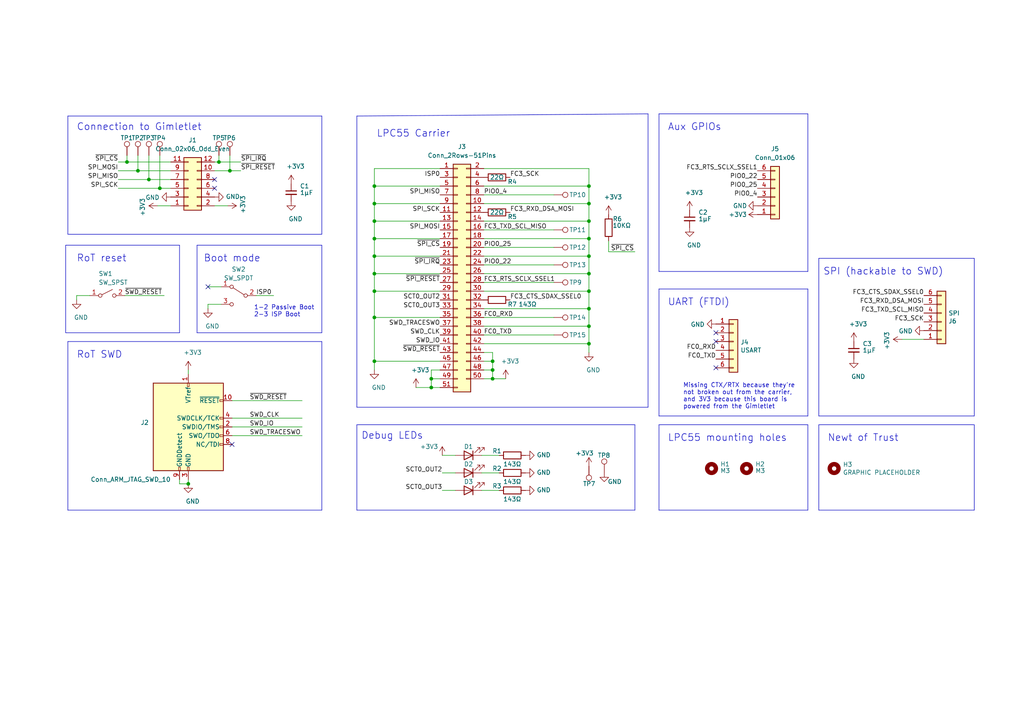
<source format=kicad_sch>
(kicad_sch (version 20230121) (generator eeschema)
  (paper "A4")
  (title_block (title "Gimletlet-LPC55 Adapter") (date "2022-04-06") (rev "A") (company "Oxide Computer Company") (comment 1 "matt@oxide.computer") (comment 2 "Matt Keeter"))
  (lib_symbols
    (symbol "Connector:Conn_ARM_JTAG_SWD_10" (pin_names (offset 1.016))
      (property "Reference" "J" (at -2.54 16.51 0))
      (property "Value" "Conn_ARM_JTAG_SWD_10" (at -2.54 13.97 0))
      (symbol "Conn_ARM_JTAG_SWD_10_0_1"
        (rectangle (start -10.16 12.7) (end 10.16 -12.7) (stroke (width 0.254)) (fill (type background)))
        (rectangle (start -2.794 -12.7) (end -2.286 -11.684))
        (rectangle (start -0.254 -12.7) (end 0.254 -11.684))
        (rectangle (start -0.254 12.7) (end 0.254 11.684))
        (rectangle (start 9.144 2.286) (end 10.16 2.794))
        (rectangle (start 10.16 -2.794) (end 9.144 -2.286))
        (rectangle (start 10.16 -0.254) (end 9.144 0.254))
        (rectangle (start 10.16 7.874) (end 9.144 7.366))
      )
      (symbol "Conn_ARM_JTAG_SWD_10_1_1"
        (rectangle (start 9.144 -5.334) (end 10.16 -4.826))
        (pin power_in line (at 0 15.24 270) (length 2.54) (name "VTref") (number "1"))
        (pin open_collector line (at 12.7 7.62 180) (length 2.54) (name "~{RESET}") (number "10"))
        (pin bidirectional line (at 12.7 0 180) (length 2.54) (name "SWDIO/TMS") (number "2"))
        (pin power_in line (at 0 -15.24 90) (length 2.54) (name "GND") (number "3"))
        (pin output line (at 12.7 2.54 180) (length 2.54) (name "SWDCLK/TCK") (number "4"))
        (pin passive line (at 0 -15.24 90) (length 2.54) hide (name "GND") (number "5"))
        (pin input line (at 12.7 -2.54 180) (length 2.54) (name "SWO/TDO") (number "6"))
        (pin no_connect line (at -10.16 0 0) (length 2.54) hide (name "KEY") (number "7"))
        (pin output line (at 12.7 -5.08 180) (length 2.54) (name "NC/TDI") (number "8"))
        (pin passive line (at -2.54 -15.24 90) (length 2.54) (name "GNDDetect") (number "9"))
      )
    )
    (symbol "Connector:TestPoint" (pin_numbers hide) (pin_names (offset 0.762) hide)
      (property "Reference" "TP" (at 0 6.858 0))
      (property "Value" "TestPoint" (at 0 5.08 0))
      (symbol "TestPoint_0_1"
        (circle (center 0 3.302) (radius 0.762))
      )
      (symbol "TestPoint_1_1"
        (pin passive line (at 0 0 90) (length 2.54) (name "1") (number "1"))
      )
    )
    (symbol "Connector_Generic:Conn_01x06" (pin_names (offset 1.016) hide)
      (property "Reference" "J" (at 0 7.62 0))
      (property "Value" "Conn_01x06" (at 0 -10.16 0))
      (symbol "Conn_01x06_1_1"
        (rectangle (start -1.27 -7.493) (end 0 -7.747) (stroke (width 0.1524)))
        (rectangle (start -1.27 -4.953) (end 0 -5.207) (stroke (width 0.1524)))
        (rectangle (start -1.27 -2.413) (end 0 -2.667) (stroke (width 0.1524)))
        (rectangle (start -1.27 0.127) (end 0 -0.127) (stroke (width 0.1524)))
        (rectangle (start -1.27 2.667) (end 0 2.413) (stroke (width 0.1524)))
        (rectangle (start -1.27 5.207) (end 0 4.953) (stroke (width 0.1524)))
        (rectangle (start -1.27 6.35) (end 1.27 -8.89) (stroke (width 0.254)) (fill (type background)))
        (pin passive line (at -5.08 5.08 0) (length 3.81) (name "Pin_1") (number "1"))
        (pin passive line (at -5.08 2.54 0) (length 3.81) (name "Pin_2") (number "2"))
        (pin passive line (at -5.08 0 0) (length 3.81) (name "Pin_3") (number "3"))
        (pin passive line (at -5.08 -2.54 0) (length 3.81) (name "Pin_4") (number "4"))
        (pin passive line (at -5.08 -5.08 0) (length 3.81) (name "Pin_5") (number "5"))
        (pin passive line (at -5.08 -7.62 0) (length 3.81) (name "Pin_6") (number "6"))
      )
    )
    (symbol "Connector_Generic:Conn_02x06_Odd_Even" (pin_names (offset 1.016) hide)
      (property "Reference" "J" (at 1.27 7.62 0))
      (property "Value" "Conn_02x06_Odd_Even" (at 1.27 -10.16 0))
      (symbol "Conn_02x06_Odd_Even_1_1"
        (rectangle (start -1.27 -7.493) (end 0 -7.747) (stroke (width 0.1524)))
        (rectangle (start -1.27 -4.953) (end 0 -5.207) (stroke (width 0.1524)))
        (rectangle (start -1.27 -2.413) (end 0 -2.667) (stroke (width 0.1524)))
        (rectangle (start -1.27 0.127) (end 0 -0.127) (stroke (width 0.1524)))
        (rectangle (start -1.27 2.667) (end 0 2.413) (stroke (width 0.1524)))
        (rectangle (start -1.27 5.207) (end 0 4.953) (stroke (width 0.1524)))
        (rectangle (start -1.27 6.35) (end 3.81 -8.89) (stroke (width 0.254)) (fill (type background)))
        (rectangle (start 3.81 -7.493) (end 2.54 -7.747) (stroke (width 0.1524)))
        (rectangle (start 3.81 -4.953) (end 2.54 -5.207) (stroke (width 0.1524)))
        (rectangle (start 3.81 -2.413) (end 2.54 -2.667) (stroke (width 0.1524)))
        (rectangle (start 3.81 0.127) (end 2.54 -0.127) (stroke (width 0.1524)))
        (rectangle (start 3.81 2.667) (end 2.54 2.413) (stroke (width 0.1524)))
        (rectangle (start 3.81 5.207) (end 2.54 4.953) (stroke (width 0.1524)))
        (pin passive line (at -5.08 5.08 0) (length 3.81) (name "Pin_1") (number "1"))
        (pin passive line (at 7.62 -5.08 180) (length 3.81) (name "Pin_10") (number "10"))
        (pin passive line (at -5.08 -7.62 0) (length 3.81) (name "Pin_11") (number "11"))
        (pin passive line (at 7.62 -7.62 180) (length 3.81) (name "Pin_12") (number "12"))
        (pin passive line (at 7.62 5.08 180) (length 3.81) (name "Pin_2") (number "2"))
        (pin passive line (at -5.08 2.54 0) (length 3.81) (name "Pin_3") (number "3"))
        (pin passive line (at 7.62 2.54 180) (length 3.81) (name "Pin_4") (number "4"))
        (pin passive line (at -5.08 0 0) (length 3.81) (name "Pin_5") (number "5"))
        (pin passive line (at 7.62 0 180) (length 3.81) (name "Pin_6") (number "6"))
        (pin passive line (at -5.08 -2.54 0) (length 3.81) (name "Pin_7") (number "7"))
        (pin passive line (at 7.62 -2.54 180) (length 3.81) (name "Pin_8") (number "8"))
        (pin passive line (at -5.08 -5.08 0) (length 3.81) (name "Pin_9") (number "9"))
      )
    )
    (symbol "Connector_Generic:Conn_2Rows-51Pins" (pin_names (offset 1.016) hide)
      (property "Reference" "J" (at 1.27 33.02 0))
      (property "Value" "Conn_2Rows-51Pins" (at 1.27 -35.56 0))
      (symbol "Conn_2Rows-51Pins_1_1"
        (rectangle (start -1.27 -32.893) (end 0 -33.147) (stroke (width 0.1524)))
        (rectangle (start -1.27 -30.353) (end 0 -30.607) (stroke (width 0.1524)))
        (rectangle (start -1.27 -27.813) (end 0 -28.067) (stroke (width 0.1524)))
        (rectangle (start -1.27 -25.273) (end 0 -25.527) (stroke (width 0.1524)))
        (rectangle (start -1.27 -22.733) (end 0 -22.987) (stroke (width 0.1524)))
        (rectangle (start -1.27 -20.193) (end 0 -20.447) (stroke (width 0.1524)))
        (rectangle (start -1.27 -17.653) (end 0 -17.907) (stroke (width 0.1524)))
        (rectangle (start -1.27 -15.113) (end 0 -15.367) (stroke (width 0.1524)))
        (rectangle (start -1.27 -12.573) (end 0 -12.827) (stroke (width 0.1524)))
        (rectangle (start -1.27 -10.033) (end 0 -10.287) (stroke (width 0.1524)))
        (rectangle (start -1.27 -7.493) (end 0 -7.747) (stroke (width 0.1524)))
        (rectangle (start -1.27 -4.953) (end 0 -5.207) (stroke (width 0.1524)))
        (rectangle (start -1.27 -2.413) (end 0 -2.667) (stroke (width 0.1524)))
        (rectangle (start -1.27 0.127) (end 0 -0.127) (stroke (width 0.1524)))
        (rectangle (start -1.27 2.667) (end 0 2.413) (stroke (width 0.1524)))
        (rectangle (start -1.27 5.207) (end 0 4.953) (stroke (width 0.1524)))
        (rectangle (start -1.27 7.747) (end 0 7.493) (stroke (width 0.1524)))
        (rectangle (start -1.27 10.287) (end 0 10.033) (stroke (width 0.1524)))
        (rectangle (start -1.27 12.827) (end 0 12.573) (stroke (width 0.1524)))
        (rectangle (start -1.27 15.367) (end 0 15.113) (stroke (width 0.1524)))
        (rectangle (start -1.27 17.907) (end 0 17.653) (stroke (width 0.1524)))
        (rectangle (start -1.27 20.447) (end 0 20.193) (stroke (width 0.1524)))
        (rectangle (start -1.27 22.987) (end 0 22.733) (stroke (width 0.1524)))
        (rectangle (start -1.27 25.527) (end 0 25.273) (stroke (width 0.1524)))
        (rectangle (start -1.27 28.067) (end 0 27.813) (stroke (width 0.1524)))
        (rectangle (start -1.27 30.607) (end 0 30.353) (stroke (width 0.1524)))
        (rectangle (start -1.27 31.75) (end 3.81 -34.29) (stroke (width 0.254)) (fill (type background)))
        (rectangle (start 3.81 -30.353) (end 2.54 -30.607) (stroke (width 0.1524)))
        (rectangle (start 3.81 -27.813) (end 2.54 -28.067) (stroke (width 0.1524)))
        (rectangle (start 3.81 -25.273) (end 2.54 -25.527) (stroke (width 0.1524)))
        (rectangle (start 3.81 -22.733) (end 2.54 -22.987) (stroke (width 0.1524)))
        (rectangle (start 3.81 -20.193) (end 2.54 -20.447) (stroke (width 0.1524)))
        (rectangle (start 3.81 -17.653) (end 2.54 -17.907) (stroke (width 0.1524)))
        (rectangle (start 3.81 -15.113) (end 2.54 -15.367) (stroke (width 0.1524)))
        (rectangle (start 3.81 -12.573) (end 2.54 -12.827) (stroke (width 0.1524)))
        (rectangle (start 3.81 -10.033) (end 2.54 -10.287) (stroke (width 0.1524)))
        (rectangle (start 3.81 -7.493) (end 2.54 -7.747) (stroke (width 0.1524)))
        (rectangle (start 3.81 -4.953) (end 2.54 -5.207) (stroke (width 0.1524)))
        (rectangle (start 3.81 -2.413) (end 2.54 -2.667) (stroke (width 0.1524)))
        (rectangle (start 3.81 0.127) (end 2.54 -0.127) (stroke (width 0.1524)))
        (rectangle (start 3.81 2.667) (end 2.54 2.413) (stroke (width 0.1524)))
        (rectangle (start 3.81 5.207) (end 2.54 4.953) (stroke (width 0.1524)))
        (rectangle (start 3.81 7.747) (end 2.54 7.493) (stroke (width 0.1524)))
        (rectangle (start 3.81 10.287) (end 2.54 10.033) (stroke (width 0.1524)))
        (rectangle (start 3.81 12.827) (end 2.54 12.573) (stroke (width 0.1524)))
        (rectangle (start 3.81 15.367) (end 2.54 15.113) (stroke (width 0.1524)))
        (rectangle (start 3.81 17.907) (end 2.54 17.653) (stroke (width 0.1524)))
        (rectangle (start 3.81 20.447) (end 2.54 20.193) (stroke (width 0.1524)))
        (rectangle (start 3.81 22.987) (end 2.54 22.733) (stroke (width 0.1524)))
        (rectangle (start 3.81 25.527) (end 2.54 25.273) (stroke (width 0.1524)))
        (rectangle (start 3.81 28.067) (end 2.54 27.813) (stroke (width 0.1524)))
        (rectangle (start 3.81 30.607) (end 2.54 30.353) (stroke (width 0.1524)))
        (pin passive line (at -5.08 30.48 0) (length 3.81) (name "Pin_1") (number "1"))
        (pin passive line (at 7.62 20.32 180) (length 3.81) (name "Pin_10") (number "10"))
        (pin passive line (at -5.08 17.78 0) (length 3.81) (name "Pin_11") (number "11"))
        (pin passive line (at 7.62 17.78 180) (length 3.81) (name "Pin_12") (number "12"))
        (pin passive line (at -5.08 15.24 0) (length 3.81) (name "Pin_13") (number "13"))
        (pin passive line (at 7.62 15.24 180) (length 3.81) (name "Pin_14") (number "14"))
        (pin passive line (at -5.08 12.7 0) (length 3.81) (name "Pin_15") (number "15"))
        (pin passive line (at 7.62 12.7 180) (length 3.81) (name "Pin_16") (number "16"))
        (pin passive line (at -5.08 10.16 0) (length 3.81) (name "Pin_17") (number "17"))
        (pin passive line (at 7.62 10.16 180) (length 3.81) (name "Pin_18") (number "18"))
        (pin passive line (at -5.08 7.62 0) (length 3.81) (name "Pin_19") (number "19"))
        (pin passive line (at 7.62 30.48 180) (length 3.81) (name "Pin_2") (number "2"))
        (pin passive line (at 7.62 7.62 180) (length 3.81) (name "Pin_20") (number "20"))
        (pin passive line (at -5.08 5.08 0) (length 3.81) (name "Pin_21") (number "21"))
        (pin passive line (at 7.62 5.08 180) (length 3.81) (name "Pin_22") (number "22"))
        (pin passive line (at -5.08 2.54 0) (length 3.81) (name "Pin_23") (number "23"))
        (pin passive line (at 7.62 2.54 180) (length 3.81) (name "Pin_24") (number "24"))
        (pin passive line (at -5.08 0 0) (length 3.81) (name "Pin_25") (number "25"))
        (pin passive line (at 7.62 0 180) (length 3.81) (name "Pin_26") (number "26"))
        (pin passive line (at -5.08 -2.54 0) (length 3.81) (name "Pin_27") (number "27"))
        (pin passive line (at 7.62 -2.54 180) (length 3.81) (name "Pin_28") (number "28"))
        (pin passive line (at -5.08 -5.08 0) (length 3.81) (name "Pin_29") (number "29"))
        (pin passive line (at -5.08 27.94 0) (length 3.81) (name "Pin_3") (number "3"))
        (pin passive line (at 7.62 -5.08 180) (length 3.81) (name "Pin_30") (number "30"))
        (pin passive line (at -5.08 -7.62 0) (length 3.81) (name "Pin_31") (number "31"))
        (pin passive line (at 7.62 -7.62 180) (length 3.81) (name "Pin_32") (number "32"))
        (pin passive line (at -5.08 -10.16 0) (length 3.81) (name "Pin_33") (number "33"))
        (pin passive line (at 7.62 -10.16 180) (length 3.81) (name "Pin_34") (number "34"))
        (pin passive line (at -5.08 -12.7 0) (length 3.81) (name "Pin_35") (number "35"))
        (pin passive line (at 7.62 -12.7 180) (length 3.81) (name "Pin_36") (number "36"))
        (pin passive line (at -5.08 -15.24 0) (length 3.81) (name "Pin_37") (number "37"))
        (pin passive line (at 7.62 -15.24 180) (length 3.81) (name "Pin_38") (number "38"))
        (pin passive line (at -5.08 -17.78 0) (length 3.81) (name "Pin_39") (number "39"))
        (pin passive line (at 7.62 27.94 180) (length 3.81) (name "Pin_4") (number "4"))
        (pin passive line (at 7.62 -17.78 180) (length 3.81) (name "Pin_40") (number "40"))
        (pin passive line (at -5.08 -20.32 0) (length 3.81) (name "Pin_41") (number "41"))
        (pin passive line (at 7.62 -20.32 180) (length 3.81) (name "Pin_42") (number "42"))
        (pin passive line (at -5.08 -22.86 0) (length 3.81) (name "Pin_43") (number "43"))
        (pin passive line (at 7.62 -22.86 180) (length 3.81) (name "Pin_44") (number "44"))
        (pin passive line (at -5.08 -25.4 0) (length 3.81) (name "Pin_45") (number "45"))
        (pin passive line (at 7.62 -25.4 180) (length 3.81) (name "Pin_46") (number "46"))
        (pin passive line (at -5.08 -27.94 0) (length 3.81) (name "Pin_47") (number "47"))
        (pin passive line (at 7.62 -27.94 180) (length 3.81) (name "Pin_48") (number "48"))
        (pin passive line (at -5.08 -30.48 0) (length 3.81) (name "Pin_49") (number "49"))
        (pin passive line (at -5.08 25.4 0) (length 3.81) (name "Pin_5") (number "5"))
        (pin passive line (at 7.62 -30.48 180) (length 3.81) (name "Pin_50") (number "50"))
        (pin passive line (at -5.08 -33.02 0) (length 3.81) (name "Pin_51") (number "51"))
        (pin passive line (at 7.62 25.4 180) (length 3.81) (name "Pin_6") (number "6"))
        (pin passive line (at -5.08 22.86 0) (length 3.81) (name "Pin_7") (number "7"))
        (pin passive line (at 7.62 22.86 180) (length 3.81) (name "Pin_8") (number "8"))
        (pin passive line (at -5.08 20.32 0) (length 3.81) (name "Pin_9") (number "9"))
      )
    )
    (symbol "Device:C_Small" (pin_numbers hide) (pin_names (offset 0.254) hide)
      (property "Reference" "C" (at 0.254 1.778 0))
      (property "Value" "C_Small" (at 0.254 -2.032 0))
      (symbol "C_Small_0_1"
        (polyline (pts (xy -1.524 -0.508) (xy 1.524 -0.508)) (stroke (width 0.3302)))
        (polyline (pts (xy -1.524 0.508) (xy 1.524 0.508)) (stroke (width 0.3048)))
      )
      (symbol "C_Small_1_1"
        (pin passive line (at 0 2.54 270) (length 2.032) (name "~") (number "1"))
        (pin passive line (at 0 -2.54 90) (length 2.032) (name "~") (number "2"))
      )
    )
    (symbol "Device:LED" (pin_numbers hide) (pin_names (offset 1.016) hide)
      (property "Reference" "D" (at 0 2.54 0))
      (property "Value" "LED" (at 0 -2.54 0))
      (symbol "LED_0_1"
        (polyline (pts (xy -1.27 -1.27) (xy -1.27 1.27)) (stroke (width 0.254)))
        (polyline (pts (xy -1.27 0) (xy 1.27 0)))
        (polyline (pts (xy 1.27 -1.27) (xy 1.27 1.27) (xy -1.27 0) (xy 1.27 -1.27)) (stroke (width 0.254)))
        (polyline (pts (xy -3.048 -0.762) (xy -4.572 -2.286) (xy -3.81 -2.286) (xy -4.572 -2.286) (xy -4.572 -1.524)))
        (polyline (pts (xy -1.778 -0.762) (xy -3.302 -2.286) (xy -2.54 -2.286) (xy -3.302 -2.286) (xy -3.302 -1.524)))
      )
      (symbol "LED_1_1"
        (pin passive line (at -3.81 0 0) (length 2.54) (name "K") (number "1"))
        (pin passive line (at 3.81 0 180) (length 2.54) (name "A") (number "2"))
      )
    )
    (symbol "Device:R" (pin_numbers hide) (pin_names (offset 0))
      (property "Reference" "R" (at 2.032 0 90))
      (property "Value" "R" (at 0 0 90))
      (symbol "R_0_1"
        (rectangle (start -1.016 -2.54) (end 1.016 2.54) (stroke (width 0.254)))
      )
      (symbol "R_1_1"
        (pin passive line (at 0 3.81 270) (length 1.27) (name "~") (number "1"))
        (pin passive line (at 0 -3.81 90) (length 1.27) (name "~") (number "2"))
      )
    )
    (symbol "Mechanical:MountingHole" (pin_names (offset 1.016))
      (property "Reference" "H" (at 0 5.08 0))
      (property "Value" "MountingHole" (at 0 3.175 0))
      (symbol "MountingHole_0_1"
        (circle (center 0 0) (radius 1.27) (stroke (width 1.27)))
      )
    )
    (symbol "Switch:SW_SPDT" (pin_names (offset 0) hide)
      (property "Reference" "SW" (at 0 4.318 0))
      (property "Value" "SW_SPDT" (at 0 -5.08 0))
      (symbol "SW_SPDT_0_0"
        (circle (center -2.032 0) (radius 0.508))
        (circle (center 2.032 -2.54) (radius 0.508))
      )
      (symbol "SW_SPDT_0_1"
        (polyline (pts (xy -1.524 0.254) (xy 1.651 2.286)))
        (circle (center 2.032 2.54) (radius 0.508))
      )
      (symbol "SW_SPDT_1_1"
        (pin passive line (at 5.08 2.54 180) (length 2.54) (name "A") (number "1"))
        (pin passive line (at -5.08 0 0) (length 2.54) (name "B") (number "2"))
        (pin passive line (at 5.08 -2.54 180) (length 2.54) (name "C") (number "3"))
      )
    )
    (symbol "Switch:SW_SPST" (pin_names (offset 0) hide)
      (property "Reference" "SW" (at 0 3.175 0))
      (property "Value" "SW_SPST" (at 0 -2.54 0))
      (symbol "SW_SPST_0_0"
        (circle (center -2.032 0) (radius 0.508))
        (polyline (pts (xy -1.524 0.254) (xy 1.524 1.778)))
        (circle (center 2.032 0) (radius 0.508))
      )
      (symbol "SW_SPST_1_1"
        (pin passive line (at -5.08 0 0) (length 2.54) (name "A") (number "1"))
        (pin passive line (at 5.08 0 180) (length 2.54) (name "B") (number "2"))
      )
    )
    (symbol "power:+3V3" (power) (pin_names (offset 0))
      (property "Value" "+3V3" (at 0 3.556 0))
      (symbol "+3V3_0_1"
        (polyline (pts (xy -0.762 1.27) (xy 0 2.54)))
        (polyline (pts (xy 0 0) (xy 0 2.54)))
        (polyline (pts (xy 0 2.54) (xy 0.762 1.27)))
      )
      (symbol "+3V3_1_1"
        (pin power_in line (at 0 0 90) (length 0) hide (name "+3V3") (number "1"))
      )
    )
    (symbol "power:GND" (power) (pin_names (offset 0))
      (property "Value" "GND" (at 0 -3.81 0))
      (symbol "GND_0_1"
        (polyline (pts (xy 0 0) (xy 0 -1.27) (xy 1.27 -1.27) (xy 0 -2.54) (xy -1.27 -1.27) (xy 0 -1.27)))
      )
      (symbol "GND_1_1"
        (pin power_in line (at 0 0 270) (length 0) hide (name "GND") (number "1"))
      )
    )
  )
  (junction (at 170.815 53.975))
  (junction (at 108.585 92.075))
  (junction (at 108.585 79.375))
  (junction (at 108.585 69.215))
  (junction (at 170.815 59.055))
  (junction (at 108.585 74.295))
  (junction (at 108.585 59.055))
  (junction (at 142.875 104.775))
  (junction (at 170.815 64.135))
  (junction (at 108.585 104.775))
  (junction (at 170.815 79.375))
  (junction (at 108.585 84.455))
  (junction (at 142.875 109.855))
  (junction (at 108.585 64.135))
  (junction (at 170.815 84.455))
  (junction (at 170.815 74.295))
  (junction (at 40.005 49.53))
  (junction (at 170.815 99.695))
  (junction (at 170.815 94.615))
  (junction (at 54.61 140.335))
  (junction (at 66.675 49.53))
  (junction (at 36.83 46.99))
  (junction (at 142.875 107.315))
  (junction (at 125.095 112.395))
  (junction (at 170.815 89.535))
  (junction (at 125.095 109.855))
  (junction (at 108.585 53.975))
  (junction (at 63.5 46.99))
  (junction (at 170.815 69.215))
  (junction (at 46.355 54.61))
  (junction (at 43.18 52.07))
  (no_connect (at 62.23 54.61))
  (no_connect (at 207.645 96.52))
  (no_connect (at 60.325 83.185))
  (no_connect (at 207.645 106.68))
  (no_connect (at 62.23 52.07))
  (no_connect (at 207.645 99.06))
  (no_connect (at 67.31 128.905))
  (wire (pts (xy 160.655 97.155) (xy 140.335 97.155)))
  (wire (pts (xy 140.335 104.775) (xy 142.875 104.775)))
  (wire (pts (xy 108.585 59.055) (xy 108.585 64.135)))
  (wire (pts (xy 170.815 53.975) (xy 170.815 59.055)))
  (wire (pts (xy 132.08 142.24) (xy 128.27 142.24)))
  (wire (pts (xy 127.635 74.295) (xy 108.585 74.295)))
  (wire (pts (xy 67.31 123.825) (xy 87.63 123.825)))
  (polyline (pts (xy 191.135 83.82) (xy 234.315 83.82)))
  (polyline (pts (xy 191.135 120.65) (xy 191.135 83.82)))
  (wire (pts (xy 127.635 107.315) (xy 125.095 107.315)))
  (wire (pts (xy 108.585 69.215) (xy 108.585 74.295)))
  (wire (pts (xy 66.675 45.085) (xy 66.675 49.53)))
  (polyline (pts (xy 234.315 33.02) (xy 234.315 78.74)))
  (polyline (pts (xy 282.575 74.93) (xy 282.575 120.65)))
  (wire (pts (xy 125.095 107.315) (xy 125.095 109.855)))
  (wire (pts (xy 142.875 109.855) (xy 146.685 109.855)))
  (polyline (pts (xy 282.575 120.65) (xy 237.49 120.65)))
  (polyline (pts (xy 234.315 83.82) (xy 234.315 120.65)))
  (wire (pts (xy 127.635 48.895) (xy 108.585 48.895)))
  (wire (pts (xy 36.195 85.725) (xy 47.625 85.725)))
  (polyline (pts (xy 282.575 123.19) (xy 282.575 147.955)))
  (polyline (pts (xy 57.15 96.52) (xy 57.15 71.12)))
  (wire (pts (xy 142.875 102.235) (xy 142.875 104.775)))
  (wire (pts (xy 176.53 73.025) (xy 184.15 73.025)))
  (wire (pts (xy 170.815 74.295) (xy 170.815 79.375)))
  (wire (pts (xy 74.295 85.725) (xy 79.375 85.725)))
  (wire (pts (xy 132.08 137.16) (xy 128.27 137.16)))
  (wire (pts (xy 108.585 79.375) (xy 108.585 84.455)))
  (wire (pts (xy 46.355 54.61) (xy 49.53 54.61)))
  (wire (pts (xy 127.635 64.135) (xy 108.585 64.135)))
  (polyline (pts (xy 103.505 147.955) (xy 103.505 123.19)))
  (wire (pts (xy 127.635 79.375) (xy 108.585 79.375)))
  (polyline (pts (xy 103.505 123.19) (xy 184.15 123.19)))
  (wire (pts (xy 142.875 107.315) (xy 142.875 109.855)))
  (wire (pts (xy 45.72 59.69) (xy 49.53 59.69)))
  (polyline (pts (xy 19.685 147.955) (xy 19.685 99.06)))
  (wire (pts (xy 127.635 104.775) (xy 108.585 104.775)))
  (polyline (pts (xy 19.05 96.52) (xy 19.05 71.12)))
  (wire (pts (xy 170.815 79.375) (xy 170.815 84.455)))
  (wire (pts (xy 160.655 92.075) (xy 140.335 92.075)))
  (wire (pts (xy 142.875 104.775) (xy 142.875 107.315)))
  (polyline (pts (xy 93.345 71.12) (xy 93.345 96.52)))
  (wire (pts (xy 40.005 49.53) (xy 49.53 49.53)))
  (polyline (pts (xy 103.505 118.11) (xy 103.505 33.655)))
  (polyline (pts (xy 237.49 123.19) (xy 282.575 123.19)))
  (wire (pts (xy 139.7 142.24) (xy 144.78 142.24)))
  (polyline (pts (xy 191.135 147.955) (xy 191.135 123.19)))
  (wire (pts (xy 108.585 74.295) (xy 108.585 79.375)))
  (wire (pts (xy 170.815 89.535) (xy 170.815 94.615)))
  (wire (pts (xy 140.335 79.375) (xy 170.815 79.375)))
  (wire (pts (xy 52.07 140.335) (xy 52.07 139.065)))
  (polyline (pts (xy 282.575 147.955) (xy 237.49 147.955)))
  (wire (pts (xy 170.815 59.055) (xy 170.815 64.135)))
  (wire (pts (xy 140.335 59.055) (xy 170.815 59.055)))
  (wire (pts (xy 108.585 84.455) (xy 108.585 92.075)))
  (wire (pts (xy 108.585 92.075) (xy 108.585 104.775)))
  (wire (pts (xy 170.815 94.615) (xy 170.815 99.695)))
  (polyline (pts (xy 237.49 74.93) (xy 282.575 74.93)))
  (wire (pts (xy 64.135 88.265) (xy 60.325 88.265)))
  (wire (pts (xy 139.7 132.08) (xy 144.78 132.08)))
  (wire (pts (xy 108.585 104.775) (xy 108.585 107.315)))
  (wire (pts (xy 54.61 107.315) (xy 54.61 108.585)))
  (wire (pts (xy 46.355 45.085) (xy 46.355 54.61)))
  (wire (pts (xy 140.335 48.895) (xy 170.815 48.895)))
  (wire (pts (xy 66.675 49.53) (xy 69.85 49.53)))
  (wire (pts (xy 43.18 45.085) (xy 43.18 52.07)))
  (polyline (pts (xy 93.345 33.655) (xy 93.345 67.945)))
  (wire (pts (xy 170.815 99.695) (xy 170.815 102.235)))
  (wire (pts (xy 36.83 45.085) (xy 36.83 46.99)))
  (wire (pts (xy 36.83 46.99) (xy 49.53 46.99)))
  (wire (pts (xy 62.23 49.53) (xy 66.675 49.53)))
  (wire (pts (xy 125.095 112.395) (xy 127.635 112.395)))
  (wire (pts (xy 140.335 102.235) (xy 142.875 102.235)))
  (polyline (pts (xy 184.15 123.19) (xy 184.15 147.955)))
  (wire (pts (xy 170.815 48.895) (xy 170.815 53.975)))
  (wire (pts (xy 140.335 69.215) (xy 170.815 69.215)))
  (polyline (pts (xy 237.49 147.955) (xy 237.49 123.19)))
  (polyline (pts (xy 19.05 71.12) (xy 52.07 71.12)))
  (polyline (pts (xy 93.345 96.52) (xy 57.15 96.52)))
  (wire (pts (xy 34.29 52.07) (xy 43.18 52.07)))
  (polyline (pts (xy 52.07 71.12) (xy 52.07 96.52)))
  (wire (pts (xy 127.635 109.855) (xy 125.095 109.855)))
  (polyline (pts (xy 191.135 78.74) (xy 191.135 33.02)))
  (wire (pts (xy 140.335 53.975) (xy 170.815 53.975)))
  (wire (pts (xy 140.335 74.295) (xy 170.815 74.295)))
  (wire (pts (xy 160.655 76.835) (xy 140.335 76.835)))
  (wire (pts (xy 127.635 92.075) (xy 108.585 92.075)))
  (wire (pts (xy 62.23 46.99) (xy 63.5 46.99)))
  (wire (pts (xy 108.585 53.975) (xy 108.585 59.055)))
  (polyline (pts (xy 234.315 147.955) (xy 191.135 147.955)))
  (wire (pts (xy 140.335 84.455) (xy 170.815 84.455)))
  (wire (pts (xy 127.635 53.975) (xy 108.585 53.975)))
  (polyline (pts (xy 234.315 78.74) (xy 191.135 78.74)))
  (wire (pts (xy 127.635 59.055) (xy 108.585 59.055)))
  (polyline (pts (xy 57.15 71.12) (xy 93.345 71.12)))
  (wire (pts (xy 108.585 48.895) (xy 108.585 53.975)))
  (polyline (pts (xy 234.315 120.65) (xy 191.135 120.65)))
  (polyline (pts (xy 187.96 33.02) (xy 187.96 118.11)))
  (wire (pts (xy 140.335 107.315) (xy 142.875 107.315)))
  (wire (pts (xy 34.29 46.99) (xy 36.83 46.99)))
  (polyline (pts (xy 19.685 67.945) (xy 19.685 33.655)))
  (wire (pts (xy 170.815 84.455) (xy 170.815 89.535)))
  (polyline (pts (xy 93.345 99.06) (xy 93.345 147.955)))
  (wire (pts (xy 160.655 81.915) (xy 140.335 81.915)))
  (wire (pts (xy 127.635 84.455) (xy 108.585 84.455)))
  (wire (pts (xy 22.225 85.725) (xy 26.035 85.725)))
  (wire (pts (xy 40.005 45.085) (xy 40.005 49.53)))
  (polyline (pts (xy 191.135 123.19) (xy 234.315 123.19)))
  (wire (pts (xy 132.08 132.08) (xy 128.27 132.08)))
  (wire (pts (xy 176.53 69.85) (xy 176.53 73.025)))
  (polyline (pts (xy 52.07 96.52) (xy 19.05 96.52)))
  (polyline (pts (xy 184.15 147.955) (xy 103.505 147.955)))
  (polyline (pts (xy 234.315 123.19) (xy 234.315 147.955)))
  (wire (pts (xy 140.335 64.135) (xy 170.815 64.135)))
  (wire (pts (xy 142.875 109.855) (xy 140.335 109.855)))
  (wire (pts (xy 140.335 94.615) (xy 170.815 94.615)))
  (wire (pts (xy 43.18 52.07) (xy 49.53 52.07)))
  (wire (pts (xy 60.325 88.265) (xy 60.325 89.535)))
  (wire (pts (xy 66.04 59.69) (xy 62.23 59.69)))
  (wire (pts (xy 127.635 69.215) (xy 108.585 69.215)))
  (wire (pts (xy 67.31 126.365) (xy 87.63 126.365)))
  (polyline (pts (xy 93.345 67.945) (xy 19.685 67.945)))
  (polyline (pts (xy 93.345 147.955) (xy 19.685 147.955)))
  (wire (pts (xy 160.655 71.755) (xy 140.335 71.755)))
  (wire (pts (xy 67.31 116.205) (xy 87.63 116.205)))
  (wire (pts (xy 261.62 98.425) (xy 267.97 98.425)))
  (wire (pts (xy 22.225 86.995) (xy 22.225 85.725)))
  (wire (pts (xy 108.585 64.135) (xy 108.585 69.215)))
  (polyline (pts (xy 187.96 118.11) (xy 103.505 118.11)))
  (wire (pts (xy 139.7 137.16) (xy 144.78 137.16)))
  (wire (pts (xy 63.5 46.99) (xy 69.85 46.99)))
  (wire (pts (xy 60.325 83.185) (xy 64.135 83.185)))
  (wire (pts (xy 170.815 69.215) (xy 170.815 74.295)))
  (wire (pts (xy 52.07 140.335) (xy 54.61 140.335)))
  (polyline (pts (xy 19.685 33.655) (xy 93.345 33.655)))
  (wire (pts (xy 125.095 112.395) (xy 120.65 112.395)))
  (wire (pts (xy 63.5 45.085) (xy 63.5 46.99)))
  (polyline (pts (xy 19.685 99.06) (xy 93.345 99.06)))
  (polyline (pts (xy 191.135 33.02) (xy 234.315 33.02)))
  (wire (pts (xy 34.29 49.53) (xy 40.005 49.53)))
  (wire (pts (xy 67.31 121.285) (xy 87.63 121.285)))
  (wire (pts (xy 160.655 56.515) (xy 140.335 56.515)))
  (wire (pts (xy 125.095 109.855) (xy 125.095 112.395)))
  (wire (pts (xy 160.655 66.675) (xy 140.335 66.675)))
  (wire (pts (xy 170.815 64.135) (xy 170.815 69.215)))
  (polyline (pts (xy 237.49 120.65) (xy 237.49 74.93)))
  (polyline (pts (xy 103.505 33.655) (xy 187.96 33.02)))
  (wire (pts (xy 34.29 54.61) (xy 46.355 54.61)))
  (wire (pts (xy 54.61 140.335) (xy 54.61 139.065)))
  (wire (pts (xy 140.335 99.695) (xy 170.815 99.695)))
  (wire (pts (xy 140.335 89.535) (xy 170.815 89.535)))
  (text "Connection to Gimletlet" (at 22.225 38.1 0) (effects (font (size 2.0066 2.0066)) (justify left bottom)))
  (text "RoT reset" (at 22.225 76.2 0) (effects (font (size 2.0066 2.0066)) (justify left bottom)))
  (text "RoT SWD" (at 22.225 104.14 0) (effects (font (size 2.0066 2.0066)) (justify left bottom)))
  (text "SPI (hackable to SWD)" (at 238.76 80.01 0) (effects (font (size 2.0066 2.0066)) (justify left bottom)))
  (text "UART (FTDI)" (at 193.675 88.9 0) (effects (font (size 2.0066 2.0066)) (justify left bottom)))
  (text "Debug LEDs" (at 104.775 127.635 0) (effects (font (size 2.0066 2.0066)) (justify left bottom)))
  (text "LPC55 Carrier" (at 109.22 40.005 0) (effects (font (size 2.0066 2.0066)) (justify left bottom)))
  (text "Boot mode" (at 59.055 76.2 0) (effects (font (size 2.0066 2.0066)) (justify left bottom)))
  (text "1-2 Passive Boot\n2-3 ISP Boot" (at 73.66 92.075 0) (effects (font (size 1.27 1.27)) (justify left bottom)))
  (text "Missing CTX/RTX because they're\nnot broken out from the carrier,\nand 3V3 because this board is\npowered from the Gimletlet" (at 198.12 118.745 0) (effects (font (size 1.27 1.27)) (justify left bottom)))
  (text "LPC55 mounting holes" (at 193.675 128.27 0) (effects (font (size 2.0066 2.0066)) (justify left bottom)))
  (text "Aux GPIOs" (at 193.675 38.1 0) (effects (font (size 2.0066 2.0066)) (justify left bottom)))
  (text "Newt of Trust" (at 240.03 128.27 0) (effects (font (size 2.0066 2.0066)) (justify left bottom)))
  (label "SWD_CLK" (at 127.635 97.155 180))
  (label "ISP0" (at 127.635 51.435 180))
  (label "~{SPI_CS}" (at 34.29 46.99 180))
  (label "FC3_RXD_DSA_MOSI" (at 147.955 61.595 0))
  (label "~{SWD_RESET}" (at 36.195 85.725 0))
  (label "~{SWD_RESET}" (at 72.39 116.205 0))
  (label "SCT0_OUT2" (at 127.635 86.995 180))
  (label "~{SPI_RESET}" (at 69.85 49.53 0))
  (label "SWD_IO" (at 127.635 99.695 180))
  (label "SCT0_OUT3" (at 128.27 142.24 180))
  (label "~{SWD_RESET}" (at 127.635 102.235 180))
  (label "PIO0_4" (at 219.71 57.15 180))
  (label "FC3_SCK" (at 147.955 51.435 0))
  (label "SWD_CLK" (at 72.39 121.285 0))
  (label "SWD_TRACESWO" (at 72.39 126.365 0))
  (label "FC3_TXD_SCL_MISO" (at 267.97 90.805 180))
  (label "FC3_TXD_SCL_MISO" (at 140.335 66.675 0))
  (label "FC0_TXD" (at 140.335 97.155 0))
  (label "FC0_RXD" (at 207.645 101.6 180))
  (label "FC3_CTS_SDAX_SSEL0" (at 267.97 85.725 180))
  (label "~{SPI_CS}" (at 177.165 73.025 0))
  (label "FC0_TXD" (at 207.645 104.14 180))
  (label "FC3_RXD_DSA_MOSI" (at 267.97 88.265 180))
  (label "SPI_MISO" (at 34.29 52.07 180))
  (label "PIO0_25" (at 140.335 71.755 0))
  (label "~{SPI_IRQ}" (at 69.85 46.99 0))
  (label "~{SPI_IRQ}" (at 127.635 76.835 180))
  (label "SPI_MISO" (at 127.635 56.515 180))
  (label "~{SPI_RESET}" (at 127.635 81.915 180))
  (label "SPI_MOSI" (at 127.635 66.675 180))
  (label "PIO0_25" (at 219.71 54.61 180))
  (label "SPI_SCK" (at 127.635 61.595 180))
  (label "PIO0_4" (at 140.335 56.515 0))
  (label "FC0_RXD" (at 140.335 92.075 0))
  (label "SCT0_OUT3" (at 127.635 89.535 180))
  (label "FC3_CTS_SDAX_SSEL0" (at 147.955 86.995 0))
  (label "PIO0_22" (at 140.335 76.835 0))
  (label "ISP0" (at 74.295 85.725 0))
  (label "SWD_IO" (at 72.39 123.825 0))
  (label "SCT0_OUT2" (at 128.27 137.16 180))
  (label "FC3_RTS_SCLX_SSEL1" (at 219.71 49.53 180))
  (label "FC3_RTS_SCLX_SSEL1" (at 140.335 81.915 0))
  (label "SWD_TRACESWO" (at 127.635 94.615 180))
  (label "~{SPI_CS}" (at 127.635 71.755 180))
  (label "SPI_MOSI" (at 34.29 49.53 180))
  (label "PIO0_22" (at 219.71 52.07 180))
  (label "FC3_SCK" (at 267.97 93.345 180))
  (label "SPI_SCK" (at 34.29 54.61 180))
  (symbol (lib_id "power:+3V3") (at 176.53 62.23 0) (unit 1)
    (property "Reference" "#PWR030" (effects hide))
    (property "Value" "+3V3" (at 177.8 57.15 0))
  )
  (symbol (lib_id "power:GND") (at 207.645 93.98 270) (unit 1)
    (property "Reference" "#PWR020" (effects hide))
    (property "Value" "GND" (at 204.3938 94.107 90) (effects (justify right)))
  )
  (symbol (lib_id "Device:R") (at 144.145 51.435 270) (unit 1)
    (property "Reference" "R4" (at 148.59 52.705 90))
    (property "Value" "22Ω" (at 144.145 51.435 90))
    (property "Footprint" "Resistor_SMD:R_0603_1608Metric" (effects hide))
    (property "MPN" "RT0603FRE0722RL" (effects hide))
    (property "Mfg" "YAGEO" (effects hide))
  )
  (symbol (lib_id "power:GND") (at 60.325 89.535 0) (unit 1)
    (property "Reference" "#PWR06" (effects hide))
    (property "Value" "GND" (at 61.595 94.615 0))
  )
  (symbol (lib_id "Connector_Generic:Conn_01x06") (at 273.05 93.345 0) (mirror x) (unit 1)
    (property "Reference" "J6" (at 275.082 93.1418 0) (effects (justify left)))
    (property "Value" "SPI" (at 275.082 90.8304 0) (effects (justify left)))
    (property "Footprint" "Connector_PinSocket_2.54mm:PinSocket_1x06_P2.54mm_Horizontal" (effects hide))
    (property "MPN" "PPPC061LGBN-RC" (effects hide))
    (property "Mfg" "Sullins Connector Solutions" (effects hide))
  )
  (symbol (lib_id "Device:C_Small") (at 200.025 63.5 0) (unit 1)
    (property "Reference" "C2" (at 202.565 61.595 0) (effects (justify left)))
    (property "Value" "1µF" (at 202.565 63.5 0) (effects (justify left)))
    (property "Footprint" "Capacitor_SMD:C_0603_1608Metric" (effects hide))
    (property "C_Vbias" "3.3V" (effects hide))
    (property "Mfg" "Kemet" (effects hide))
    (property "MPN" "C0603C105K4RAC7867" (effects hide))
  )
  (symbol (lib_id "Connector:TestPoint") (at 160.655 97.155 270) (unit 1)
    (property "Reference" "TP15" (at 165.1 97.155 90) (effects (justify left)))
    (property "Value" "TestPoint" (effects hide))
    (property "Footprint" "TestPoint:TestPoint_Pad_1.5x1.5mm" (effects hide))
    (property "MPN" "5015" (effects hide))
    (property "Mfg" "Keystone Electronics" (effects hide))
  )
  (symbol (lib_id "power:GND") (at 267.97 95.885 270) (unit 1)
    (property "Reference" "#PWR026" (effects hide))
    (property "Value" "GND" (at 264.7188 96.012 90) (effects (justify right)))
  )
  (symbol (lib_id "power:GND") (at 170.815 102.235 0) (unit 1)
    (property "Reference" "#PWR018" (effects hide))
    (property "Value" "GND" (at 172.085 107.315 0))
  )
  (symbol (lib_id "power:GND") (at 152.4 142.24 90) (unit 1)
    (property "Reference" "#PWR017" (effects hide))
    (property "Value" "GND" (at 155.6512 142.113 90) (effects (justify right)))
  )
  (symbol (lib_id "Connector:TestPoint") (at 160.655 66.675 270) (unit 1)
    (property "Reference" "TP11" (at 165.1 66.675 90) (effects (justify left)))
    (property "Value" "TestPoint" (effects hide))
    (property "Footprint" "TestPoint:TestPoint_Pad_1.5x1.5mm" (effects hide))
    (property "MPN" "5015" (effects hide))
    (property "Mfg" "Keystone Electronics" (effects hide))
  )
  (symbol (lib_id "power:GND") (at 200.025 66.04 0) (unit 1)
    (property "Reference" "#PWR027" (effects hide))
    (property "Value" "GND" (at 201.295 71.12 0))
  )
  (symbol (lib_id "Connector:TestPoint") (at 175.26 137.16 0) (unit 1)
    (property "Reference" "TP8" (at 173.355 132.08 0) (effects (justify left)))
    (property "Value" "TestPoint" (effects hide))
    (property "Footprint" "TestPoint:TestPoint_Keystone_5015_Micro-Minature" (effects hide))
    (property "MPN" "5015" (effects hide))
    (property "Mfg" "Keystone Electronics" (effects hide))
  )
  (symbol (lib_id "Connector:TestPoint") (at 36.83 45.085 0) (unit 1)
    (property "Reference" "TP1" (at 34.925 40.005 0) (effects (justify left)))
    (property "Value" "TestPoint" (effects hide))
    (property "Footprint" "TestPoint:TestPoint_Keystone_5015_Micro-Minature" (effects hide))
    (property "MPN" "5015" (effects hide))
    (property "Mfg" "Keystone Electronics" (effects hide))
  )
  (symbol (lib_id "power:+3V3") (at 120.65 112.395 0) (unit 1)
    (property "Reference" "#PWR013" (effects hide))
    (property "Value" "+3V3" (at 121.92 107.315 0))
  )
  (symbol (lib_id "power:GND") (at 152.4 137.16 90) (unit 1)
    (property "Reference" "#PWR016" (effects hide))
    (property "Value" "GND" (at 155.6512 137.033 90) (effects (justify right)))
  )
  (symbol (lib_id "Connector:TestPoint") (at 160.655 56.515 270) (unit 1)
    (property "Reference" "TP10" (at 165.1 56.515 90) (effects (justify left)))
    (property "Value" "TestPoint" (effects hide))
    (property "Footprint" "TestPoint:TestPoint_Pad_1.5x1.5mm" (effects hide))
    (property "MPN" "5015" (effects hide))
    (property "Mfg" "Keystone Electronics" (effects hide))
  )
  (symbol (lib_id "Device:R") (at 176.53 66.04 180) (unit 1)
    (property "Reference" "R6" (at 179.07 63.5 0))
    (property "Value" "10KΩ" (at 180.34 65.405 0))
    (property "Footprint" "Resistor_SMD:R_0603_1608Metric" (effects hide))
    (property "MPN" "RC0603FR-0710KP" (effects hide))
    (property "Mfg" "YAGEO" (effects hide))
  )
  (symbol (lib_id "power:+3V3") (at 247.65 99.06 0) (unit 1)
    (property "Reference" "#PWR028" (effects hide))
    (property "Value" "+3V3" (at 248.92 93.98 0))
  )
  (symbol (lib_id "power:+3V3") (at 66.04 59.69 270) (mirror x) (unit 1)
    (property "Reference" "#PWR08" (effects hide))
    (property "Value" "+3V3" (at 70.4342 59.309 0))
  )
  (symbol (lib_id "power:+3V3") (at 84.455 53.34 0) (unit 1)
    (property "Reference" "#PWR09" (effects hide))
    (property "Value" "+3V3" (at 85.725 48.26 0))
  )
  (symbol (lib_id "Connector_Generic:Conn_01x06") (at 212.725 99.06 0) (unit 1)
    (property "Reference" "J4" (at 214.757 99.2632 0) (effects (justify left)))
    (property "Value" "USART" (at 214.757 101.5746 0) (effects (justify left)))
    (property "Footprint" "Connector_PinHeader_2.54mm:PinHeader_1x06_P2.54mm_Vertical" (effects hide))
    (property "MPN" "PR20206VBNN" (effects hide))
    (property "Mfg" "METZ CONNECT USA Inc." (effects hide))
  )
  (symbol (lib_id "Connector:TestPoint") (at 160.655 92.075 270) (unit 1)
    (property "Reference" "TP14" (at 165.1 92.075 90) (effects (justify left)))
    (property "Value" "TestPoint" (effects hide))
    (property "Footprint" "TestPoint:TestPoint_Pad_1.5x1.5mm" (effects hide))
    (property "MPN" "5015" (effects hide))
    (property "Mfg" "Keystone Electronics" (effects hide))
  )
  (symbol (lib_id "power:+3V3") (at 200.025 60.96 0) (unit 1)
    (property "Reference" "#PWR019" (effects hide))
    (property "Value" "+3V3" (at 201.295 55.88 0))
  )
  (symbol (lib_id "Device:C_Small") (at 84.455 55.88 0) (unit 1)
    (property "Reference" "C1" (at 86.995 53.975 0) (effects (justify left)))
    (property "Value" "1µF" (at 86.995 55.88 0) (effects (justify left)))
    (property "Footprint" "Capacitor_SMD:C_0603_1608Metric" (effects hide))
    (property "C_Vbias" "3.3V" (effects hide))
    (property "Mfg" "Kemet" (effects hide))
    (property "MPN" "C0603C105K4RAC7867" (effects hide))
  )
  (symbol (lib_id "Connector:TestPoint") (at 40.005 45.085 0) (unit 1)
    (property "Reference" "TP2" (at 38.1 40.005 0) (effects (justify left)))
    (property "Value" "TestPoint" (effects hide))
    (property "Footprint" "TestPoint:TestPoint_Keystone_5015_Micro-Minature" (effects hide))
    (property "MPN" "5015" (effects hide))
    (property "Mfg" "Keystone Electronics" (effects hide))
  )
  (symbol (lib_id "Connector:TestPoint") (at 160.655 81.915 270) (unit 1)
    (property "Reference" "TP9" (at 165.1 81.915 90) (effects (justify left)))
    (property "Value" "TestPoint" (effects hide))
    (property "Footprint" "TestPoint:TestPoint_Pad_1.5x1.5mm" (effects hide))
    (property "MPN" "5015" (effects hide))
    (property "Mfg" "Keystone Electronics" (effects hide))
  )
  (symbol (lib_id "Device:R") (at 148.59 132.08 270) (unit 1)
    (property "Reference" "R1" (at 144.145 130.81 90))
    (property "Value" "143Ω" (at 148.59 134.62 90))
    (property "Footprint" "Resistor_SMD:R_0603_1608Metric" (effects hide))
    (property "MPN" "RC0603FR-07143RL" (effects hide))
    (property "Mfg" "YAGEO" (effects hide))
  )
  (symbol (lib_id "Mechanical:MountingHole") (at 206.375 135.89 0) (unit 1)
    (property "Reference" "H1" (at 208.915 134.62 0) (effects (justify left)))
    (property "Value" "M3" (at 208.915 136.525 0) (effects (justify left)))
    (property "Footprint" "MountingHole:MountingHole_3.2mm_M3" (effects hide))
  )
  (symbol (lib_id "power:+3V3") (at 45.72 59.69 90) (mirror x) (unit 1)
    (property "Reference" "#PWR02" (effects hide))
    (property "Value" "+3V3" (at 41.3258 60.071 0))
  )
  (symbol (lib_id "Device:R") (at 144.145 61.595 270) (unit 1)
    (property "Reference" "R5" (at 148.59 62.865 90))
    (property "Value" "22Ω" (at 144.145 61.595 90))
    (property "Footprint" "Resistor_SMD:R_0603_1608Metric" (effects hide))
    (property "MPN" "RT0603FRE0722RL" (effects hide))
    (property "Mfg" "YAGEO" (effects hide))
  )
  (symbol (lib_id "Connector_Generic:Conn_01x06") (at 224.79 57.15 0) (mirror x) (unit 1)
    (property "Reference" "J5" (at 224.79 43.18 0))
    (property "Value" "Conn_01x06" (at 224.79 45.72 0))
    (property "Footprint" "Connector_PinSocket_2.54mm:PinSocket_1x06_P2.54mm_Vertical" (effects hide))
    (property "MPN" "PPTC061LFBN-RC" (effects hide))
    (property "Mfg" "Sullins Connector Solutions" (effects hide))
  )
  (symbol (lib_id "Connector:TestPoint") (at 160.655 76.835 270) (unit 1)
    (property "Reference" "TP13" (at 165.1 76.835 90) (effects (justify left)))
    (property "Value" "TestPoint" (effects hide))
    (property "Footprint" "TestPoint:TestPoint_Pad_1.5x1.5mm" (effects hide))
    (property "MPN" "5015" (effects hide))
    (property "Mfg" "Keystone Electronics" (effects hide))
  )
  (symbol (lib_id "Mechanical:MountingHole") (at 241.935 135.89 0) (unit 1)
    (property "Reference" "H3" (at 244.475 134.7216 0) (effects (justify left)))
    (property "Value" "GRAPHIC PLACEHOLDER" (at 244.475 137.033 0) (effects (justify left)))
    (property "Footprint" "grumpy:newt_of_trust" (effects hide))
  )
  (symbol (lib_id "Connector:TestPoint") (at 170.815 135.255 180) (unit 1)
    (property "Reference" "TP7" (at 172.72 140.335 0) (effects (justify left)))
    (property "Value" "TestPoint" (effects hide))
    (property "Footprint" "TestPoint:TestPoint_Keystone_5015_Micro-Minature" (effects hide))
    (property "MPN" "5015" (effects hide))
    (property "Mfg" "Keystone Electronics" (effects hide))
  )
  (symbol (lib_id "Connector:TestPoint") (at 66.675 45.085 0) (unit 1)
    (property "Reference" "TP6" (at 64.77 40.005 0) (effects (justify left)))
    (property "Value" "TestPoint" (effects hide))
    (property "Footprint" "TestPoint:TestPoint_Keystone_5015_Micro-Minature" (effects hide))
    (property "MPN" "5015" (effects hide))
    (property "Mfg" "Keystone Electronics" (effects hide))
  )
  (symbol (lib_id "power:GND") (at 219.71 59.69 270) (unit 1)
    (property "Reference" "#PWR022" (effects hide))
    (property "Value" "GND" (at 214.63 59.69 90))
  )
  (symbol (lib_id "power:GND") (at 108.585 107.315 0) (unit 1)
    (property "Reference" "#PWR011" (effects hide))
    (property "Value" "GND" (at 109.855 112.395 0))
  )
  (symbol (lib_id "Connector:TestPoint") (at 63.5 45.085 0) (unit 1)
    (property "Reference" "TP5" (at 61.595 40.005 0) (effects (justify left)))
    (property "Value" "TestPoint" (effects hide))
    (property "Footprint" "TestPoint:TestPoint_Keystone_5015_Micro-Minature" (effects hide))
    (property "MPN" "5015" (effects hide))
    (property "Mfg" "Keystone Electronics" (effects hide))
  )
  (symbol (lib_id "Connector:TestPoint") (at 160.655 71.755 270) (unit 1)
    (property "Reference" "TP12" (at 165.1 71.755 90) (effects (justify left)))
    (property "Value" "TestPoint" (effects hide))
    (property "Footprint" "TestPoint:TestPoint_Pad_1.5x1.5mm" (effects hide))
    (property "MPN" "5015" (effects hide))
    (property "Mfg" "Keystone Electronics" (effects hide))
  )
  (symbol (lib_id "Device:R") (at 148.59 137.16 270) (unit 1)
    (property "Reference" "R2" (at 144.145 135.89 90))
    (property "Value" "143Ω" (at 148.59 139.7 90))
    (property "Footprint" "Resistor_SMD:R_0603_1608Metric" (effects hide))
    (property "MPN" "RC0603FR-07143RL" (effects hide))
    (property "Mfg" "YAGEO" (effects hide))
  )
  (symbol (lib_id "power:+3V3") (at 170.815 135.255 0) (unit 1)
    (property "Reference" "#PWR023" (effects hide))
    (property "Value" "+3V3" (at 169.545 131.445 0))
  )
  (symbol (lib_id "power:GND") (at 62.23 57.15 90) (unit 1)
    (property "Reference" "#PWR07" (effects hide))
    (property "Value" "GND" (at 65.4812 57.023 90) (effects (justify right)))
  )
  (symbol (lib_id "power:+3V3") (at 54.61 107.315 0) (unit 1)
    (property "Reference" "#PWR04" (effects hide))
    (property "Value" "+3V3" (at 55.88 102.235 0))
  )
  (symbol (lib_id "Device:LED") (at 135.89 137.16 180) (unit 1)
    (property "Reference" "D2" (at 135.89 134.62 0))
    (property "Value" "Red" (effects hide))
    (property "Footprint" "LED_SMD:LED_0603_1608Metric" (effects hide))
    (property "MPN" "150060RS75000" (effects hide))
    (property "Mfg" "Würth Elektronik" (effects hide))
    (property "D_If" "20mA" (effects hide))
    (property "D_Iv" "250mcd" (effects hide))
    (property "D_Vf" "2V" (effects hide))
  )
  (symbol (lib_id "power:GND") (at 49.53 57.15 270) (unit 1)
    (property "Reference" "#PWR03" (effects hide))
    (property "Value" "GND" (at 46.2788 57.277 90) (effects (justify right)))
  )
  (symbol (lib_id "Mechanical:MountingHole") (at 216.535 135.89 0) (unit 1)
    (property "Reference" "H2" (at 219.075 134.62 0) (effects (justify left)))
    (property "Value" "M3" (at 219.075 136.525 0) (effects (justify left)))
    (property "Footprint" "MountingHole:MountingHole_3.2mm_M3" (effects hide))
  )
  (symbol (lib_id "power:GND") (at 152.4 132.08 90) (unit 1)
    (property "Reference" "#PWR015" (effects hide))
    (property "Value" "GND" (at 155.6512 131.953 90) (effects (justify right)))
  )
  (symbol (lib_id "power:+3V3") (at 128.27 132.08 0) (unit 1)
    (property "Reference" "#PWR012" (effects hide))
    (property "Value" "+3V3" (at 124.46 129.54 0))
  )
  (symbol (lib_id "Device:R") (at 144.145 86.995 270) (unit 1)
    (property "Reference" "R7" (at 148.59 88.265 90))
    (property "Value" "143Ω" (at 153.035 88.265 90))
    (property "Footprint" "Resistor_SMD:R_0603_1608Metric" (effects hide))
    (property "MPN" "RC0603FR-07143RL" (effects hide))
    (property "Mfg" "YAGEO" (effects hide))
  )
  (symbol (lib_id "Device:LED") (at 135.89 142.24 180) (unit 1)
    (property "Reference" "D3" (at 135.89 139.7 0))
    (property "Value" "Amber" (effects hide))
    (property "Footprint" "LED_SMD:LED_0603_1608Metric" (effects hide))
    (property "MPN" "150060AS75000" (effects hide))
    (property "Mfg" "Würth Elektronik" (effects hide))
    (property "D_If" "20mA" (effects hide))
    (property "D_Iv" "130mcd" (effects hide))
    (property "D_Vf" "2V" (effects hide))
  )
  (symbol (lib_id "power:GND") (at 54.61 140.335 0) (unit 1)
    (property "Reference" "#PWR05" (effects hide))
    (property "Value" "GND" (at 55.88 145.415 0))
  )
  (symbol (lib_id "Connector:TestPoint") (at 46.355 45.085 0) (unit 1)
    (property "Reference" "TP4" (at 44.45 40.005 0) (effects (justify left)))
    (property "Value" "TestPoint" (effects hide))
    (property "Footprint" "TestPoint:TestPoint_Keystone_5015_Micro-Minature" (effects hide))
    (property "MPN" "5015" (effects hide))
    (property "Mfg" "Keystone Electronics" (effects hide))
  )
  (symbol (lib_id "Device:R") (at 148.59 142.24 270) (unit 1)
    (property "Reference" "R3" (at 144.145 140.97 90))
    (property "Value" "143Ω" (at 148.59 144.78 90))
    (property "Footprint" "Resistor_SMD:R_0603_1608Metric" (effects hide))
    (property "MPN" "RC0603FR-07143RL" (effects hide))
    (property "Mfg" "YAGEO" (effects hide))
  )
  (symbol (lib_id "power:GND") (at 175.26 137.16 0) (unit 1)
    (property "Reference" "#PWR024" (effects hide))
    (property "Value" "GND" (at 180.34 139.7 0) (effects (justify right)))
  )
  (symbol (lib_id "Device:LED") (at 135.89 132.08 180) (unit 1)
    (property "Reference" "D1" (at 135.89 129.54 0))
    (property "Value" "Green" (effects hide))
    (property "Footprint" "LED_SMD:LED_0603_1608Metric" (effects hide))
    (property "MPN" "150060GS75000" (effects hide))
    (property "Mfg" "Würth Elektronik" (effects hide))
    (property "D_If" "20mA" (effects hide))
    (property "D_Iv" "250mcd" (effects hide))
    (property "D_Vf" "2V" (effects hide))
  )
  (symbol (lib_id "power:GND") (at 247.65 104.14 0) (unit 1)
    (property "Reference" "#PWR029" (effects hide))
    (property "Value" "GND" (at 248.92 109.22 0))
  )
  (symbol (lib_id "Switch:SW_SPST") (at 31.115 85.725 0) (unit 1)
    (property "Reference" "SW1" (at 28.575 79.375 0) (effects (justify left)))
    (property "Value" "SW_SPST" (at 28.575 81.915 0) (effects (justify left)))
    (property "Footprint" "Button_Switch_SMD:SW_SPST_PTS810" (effects hide))
    (property "Mfg" "C&K" (effects hide))
    (property "MPN" "PTS810 SJS 250 SMTR LFS" (effects hide))
    (property "SW_Icontact" "85uA" (effects hide))
  )
  (symbol (lib_id "power:+3V3") (at 146.685 109.855 0) (unit 1)
    (property "Reference" "#PWR014" (effects hide))
    (property "Value" "+3V3" (at 147.955 104.775 0))
  )
  (symbol (lib_id "Switch:SW_SPDT") (at 69.215 85.725 0) (mirror y) (unit 1)
    (property "Reference" "SW2" (at 69.215 78.105 0))
    (property "Value" "SW_SPDT" (at 69.215 80.645 0))
    (property "Footprint" "Button_Switch_SMD:SW_SPDT_CK-JS102011SAQN" (effects hide))
    (property "Mfg" "C&K" (effects hide))
    (property "MPN" "JS102011SAQN" (effects hide))
    (property "SW_Icontact" "85uA" (effects hide))
  )
  (symbol (lib_id "power:+3V3") (at 261.62 98.425 90) (mirror x) (unit 1)
    (property "Reference" "#PWR025" (effects hide))
    (property "Value" "+3V3" (at 257.2258 98.806 0))
  )
  (symbol (lib_id "Device:C_Small") (at 247.65 101.6 0) (unit 1)
    (property "Reference" "C3" (at 250.19 99.695 0) (effects (justify left)))
    (property "Value" "1µF" (at 250.19 101.6 0) (effects (justify left)))
    (property "Footprint" "Capacitor_SMD:C_0603_1608Metric" (effects hide))
    (property "C_Vbias" "3.3V" (effects hide))
    (property "Mfg" "Kemet" (effects hide))
    (property "MPN" "C0603C105K4RAC7867" (effects hide))
  )
  (symbol (lib_id "Connector:TestPoint") (at 43.18 45.085 0) (unit 1)
    (property "Reference" "TP3" (at 41.275 40.005 0) (effects (justify left)))
    (property "Value" "TestPoint" (effects hide))
    (property "Footprint" "TestPoint:TestPoint_Keystone_5015_Micro-Minature" (effects hide))
    (property "MPN" "5015" (effects hide))
    (property "Mfg" "Keystone Electronics" (effects hide))
  )
  (symbol (lib_id "power:GND") (at 84.455 58.42 0) (unit 1)
    (property "Reference" "#PWR010" (effects hide))
    (property "Value" "GND" (at 85.725 63.5 0))
  )
  (symbol (lib_id "power:GND") (at 22.225 86.995 0) (unit 1)
    (property "Reference" "#PWR01" (effects hide))
    (property "Value" "GND" (at 23.495 92.075 0))
  )
  (symbol (lib_id "Connector_Generic:Conn_2Rows-51Pins") (at 132.715 79.375 0) (unit 1)
    (property "Reference" "J3" (at 133.985 42.545 0))
    (property "Value" "Conn_2Rows-51Pins" (at 133.985 45.085 0))
    (property "Footprint" "Oxide Connectors:DF9-51P-1V" (effects hide))
    (property "Mfg" "Hirose" (effects hide))
    (property "MPN" "DF9-51P-1V(69)" (effects hide))
  )
  (symbol (lib_id "power:+3V3") (at 219.71 62.23 90) (unit 1)
    (property "Reference" "#PWR021" (effects hide))
    (property "Value" "+3V3" (at 213.995 62.23 90))
  )
  (symbol (lib_id "Connector:Conn_ARM_JTAG_SWD_10") (at 54.61 123.825 0) (unit 1)
    (property "Reference" "J2" (at 43.18 122.555 0) (effects (justify right)))
    (property "Value" "Conn_ARM_JTAG_SWD_10" (at 49.53 139.065 0) (effects (justify right)))
    (property "Footprint" "Connector_PinHeader_1.27mm:PinHeader_2x05_P1.27mm_Vertical_SMD" (effects hide))
    (property "Datasheet" "http://infocenter.arm.com/help/topic/com.arm.doc.ddi0314h/DDI0314H_coresight_components_trm.pdf" (effects hide))
    (property "Mfg" "Samtec Inc" (effects hide))
    (property "MPN" "FTSH-105-01-F-DV-K" (effects hide))
  )
  (symbol (lib_id "Connector_Generic:Conn_02x06_Odd_Even") (at 54.61 54.61 0) (mirror x) (unit 1)
    (property "Reference" "J1" (at 55.88 40.64 0))
    (property "Value" "Conn_02x06_Odd_Even" (at 55.88 43.18 0))
    (property "Footprint" "Connector_PinHeader_2.54mm:PinHeader_2x06_P2.54mm_Horizontal" (effects hide))
    (property "MPN" "PEC06DGBN" (effects hide))
    (property "Mfg" "Sullins Connector Solutions" (effects hide))
  )
)
</source>
